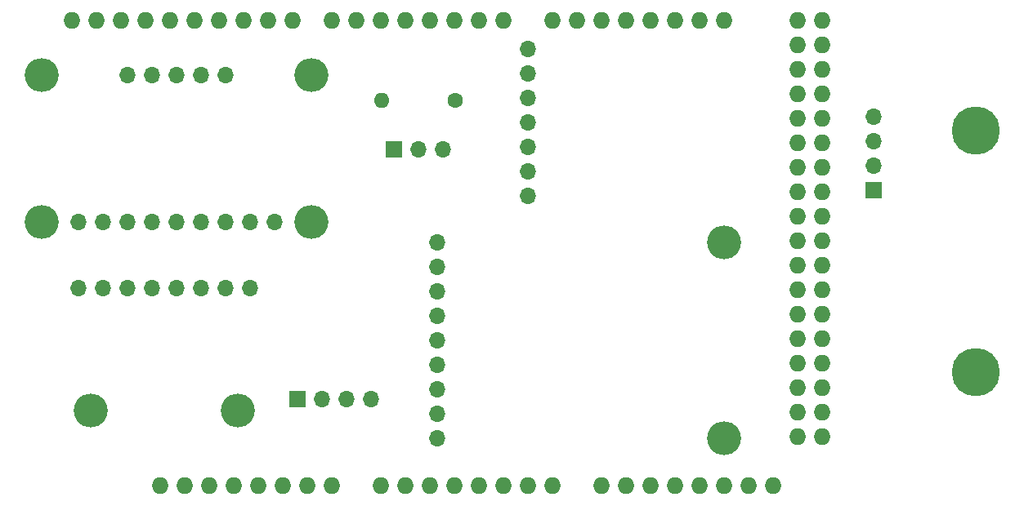
<source format=gbr>
%TF.GenerationSoftware,KiCad,Pcbnew,5.1.9+dfsg1-1*%
%TF.CreationDate,2021-05-17T19:44:08-07:00*%
%TF.ProjectId,Flight_Comp,466c6967-6874-45f4-936f-6d702e6b6963,rev?*%
%TF.SameCoordinates,Original*%
%TF.FileFunction,Soldermask,Bot*%
%TF.FilePolarity,Negative*%
%FSLAX46Y46*%
G04 Gerber Fmt 4.6, Leading zero omitted, Abs format (unit mm)*
G04 Created by KiCad (PCBNEW 5.1.9+dfsg1-1) date 2021-05-17 19:44:08*
%MOMM*%
%LPD*%
G01*
G04 APERTURE LIST*
%ADD10O,3.515868X3.515868*%
%ADD11O,1.700000X1.700000*%
%ADD12R,1.700000X1.700000*%
%ADD13C,5.000000*%
%ADD14O,1.727200X1.727200*%
%ADD15C,1.600000*%
%ADD16O,1.600000X1.600000*%
G04 APERTURE END LIST*
D10*
%TO.C,J3*%
X115684301Y-117792373D03*
X130924300Y-117792373D03*
D11*
X116954301Y-105092500D03*
X119494301Y-105092500D03*
X122034300Y-105092500D03*
X114414300Y-105092500D03*
X129654300Y-105092499D03*
X127114300Y-105092499D03*
X132194300Y-105092499D03*
X124574301Y-105092499D03*
%TD*%
D12*
%TO.C,J2*%
X137147300Y-116611400D03*
D11*
X139687300Y-116611400D03*
X144767299Y-116611400D03*
X142227300Y-116611400D03*
%TD*%
D10*
%TO.C,J4*%
X138531601Y-98272600D03*
X110591601Y-98272600D03*
X138531601Y-83032601D03*
X110591601Y-83032601D03*
D11*
X119481600Y-83032602D03*
X127101599Y-83032601D03*
X122021599Y-83032602D03*
X124561600Y-83032601D03*
X129641599Y-83032601D03*
X134721601Y-98272600D03*
X122021599Y-98272601D03*
X114401600Y-98272601D03*
X119481600Y-98272601D03*
X116941600Y-98272601D03*
X124561600Y-98272600D03*
X127101599Y-98272600D03*
X132181600Y-98272600D03*
X129641599Y-98272600D03*
%TD*%
%TO.C,J1*%
X196850000Y-89890600D03*
X196850000Y-87350600D03*
X196850000Y-92430600D03*
D12*
X196850000Y-94970600D03*
D13*
X207391000Y-88798400D03*
X207391000Y-113817400D03*
%TD*%
D10*
%TO.C,J5*%
X181348887Y-120637301D03*
X181351300Y-100317300D03*
D11*
X151633300Y-115557299D03*
X151633299Y-105397300D03*
X151633299Y-107937299D03*
X151633300Y-118097300D03*
X151633299Y-102857300D03*
X151633299Y-100317300D03*
X151633300Y-113017299D03*
X151633300Y-110477300D03*
X151633300Y-120637301D03*
%TD*%
D14*
%TO.C,XA1*%
X145783300Y-125590300D03*
X140703300Y-125590300D03*
X138163300Y-125590300D03*
X135623300Y-125590300D03*
X133083300Y-125590300D03*
X130543300Y-125590300D03*
X128003300Y-125590300D03*
X125463300Y-125590300D03*
X181343300Y-77330300D03*
X178803300Y-77330300D03*
X176263300Y-77330300D03*
X173723300Y-77330300D03*
X171183300Y-77330300D03*
X168643300Y-77330300D03*
X166103300Y-77330300D03*
X163563300Y-77330300D03*
X158483300Y-77330300D03*
X155943300Y-77330300D03*
X153403300Y-77330300D03*
X150863300Y-77330300D03*
X148323300Y-77330300D03*
X145783300Y-77330300D03*
X143243300Y-77330300D03*
X140703300Y-77330300D03*
X121399300Y-77330300D03*
X136639300Y-77330300D03*
X134099300Y-77330300D03*
X131559300Y-77330300D03*
X113779300Y-77330300D03*
X116319300Y-77330300D03*
X118859300Y-77330300D03*
X123939300Y-77330300D03*
X126479300Y-77330300D03*
X129019300Y-77330300D03*
X122923300Y-125590300D03*
X148323300Y-125590300D03*
X150863300Y-125590300D03*
X153403300Y-125590300D03*
X155943300Y-125590300D03*
X158483300Y-125590300D03*
X161023300Y-125590300D03*
X163563300Y-125590300D03*
X168643300Y-125590300D03*
X171183300Y-125590300D03*
X173723300Y-125590300D03*
X176263300Y-125590300D03*
X178803300Y-125590300D03*
X181343300Y-125590300D03*
X183883300Y-125590300D03*
X186423300Y-125590300D03*
X188963300Y-77330300D03*
X191503300Y-77330300D03*
X188963300Y-79870300D03*
X191503300Y-79870300D03*
X188963300Y-82410300D03*
X191503300Y-82410300D03*
X188963300Y-84950300D03*
X191503300Y-84950300D03*
X188963300Y-87490300D03*
X191503300Y-87490300D03*
X188963300Y-90030300D03*
X191503300Y-90030300D03*
X188963300Y-92570300D03*
X191503300Y-92570300D03*
X188963300Y-95110300D03*
X191503300Y-95110300D03*
X188963300Y-97650300D03*
X191503300Y-97650300D03*
X188963300Y-100190300D03*
X191503300Y-100190300D03*
X188963300Y-102730300D03*
X191503300Y-102730300D03*
X188963300Y-105270300D03*
X191503300Y-105270300D03*
X188963300Y-107810300D03*
X191503300Y-107810300D03*
X188963300Y-110350300D03*
X191503300Y-110350300D03*
X188963300Y-112890300D03*
X191503300Y-112890300D03*
X188963300Y-115430300D03*
X191503300Y-115430300D03*
X188963300Y-117970300D03*
X191503300Y-117970300D03*
X188963300Y-120510300D03*
X191503300Y-120510300D03*
%TD*%
D11*
%TO.C,J6*%
X161003360Y-80289401D03*
X161003361Y-95529400D03*
X161003360Y-82829401D03*
X161003361Y-90449401D03*
X161003360Y-85369401D03*
X161003360Y-87909400D03*
X161003361Y-92989400D03*
%TD*%
D15*
%TO.C,R1*%
X153454100Y-85585300D03*
D16*
X145834100Y-85585300D03*
%TD*%
D12*
%TO.C,U1*%
X147104100Y-90665300D03*
D11*
X149644100Y-90665300D03*
X152184100Y-90665300D03*
%TD*%
M02*

</source>
